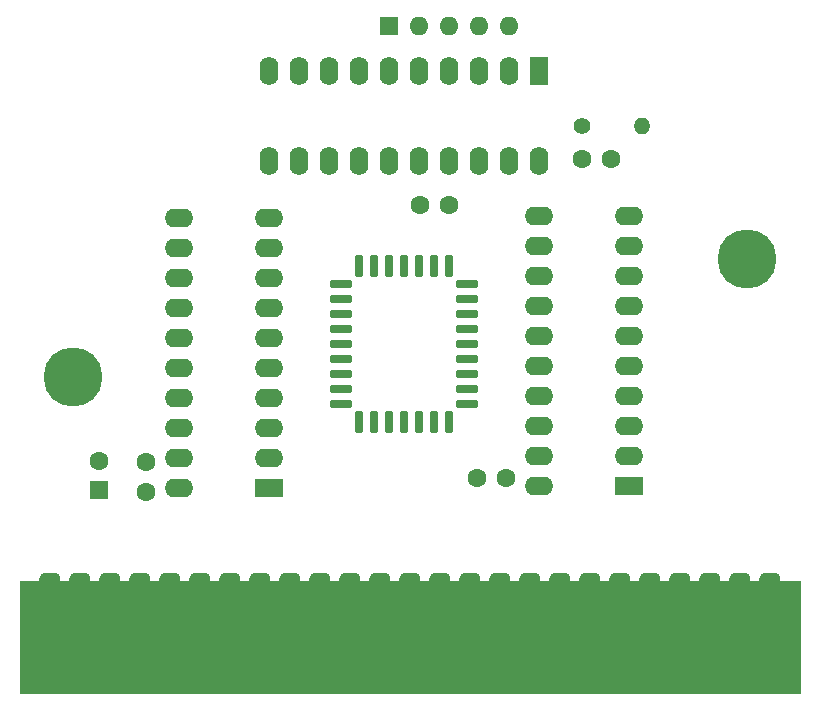
<source format=gbr>
%TF.GenerationSoftware,KiCad,Pcbnew,7.0.8*%
%TF.CreationDate,2023-10-14T11:25:40+01:00*%
%TF.ProjectId,v0a,7630612e-6b69-4636-9164-5f7063625858,rev?*%
%TF.SameCoordinates,Original*%
%TF.FileFunction,Soldermask,Top*%
%TF.FilePolarity,Negative*%
%FSLAX46Y46*%
G04 Gerber Fmt 4.6, Leading zero omitted, Abs format (unit mm)*
G04 Created by KiCad (PCBNEW 7.0.8) date 2023-10-14 11:25:40*
%MOMM*%
%LPD*%
G01*
G04 APERTURE LIST*
G04 Aperture macros list*
%AMRoundRect*
0 Rectangle with rounded corners*
0 $1 Rounding radius*
0 $2 $3 $4 $5 $6 $7 $8 $9 X,Y pos of 4 corners*
0 Add a 4 corners polygon primitive as box body*
4,1,4,$2,$3,$4,$5,$6,$7,$8,$9,$2,$3,0*
0 Add four circle primitives for the rounded corners*
1,1,$1+$1,$2,$3*
1,1,$1+$1,$4,$5*
1,1,$1+$1,$6,$7*
1,1,$1+$1,$8,$9*
0 Add four rect primitives between the rounded corners*
20,1,$1+$1,$2,$3,$4,$5,0*
20,1,$1+$1,$4,$5,$6,$7,0*
20,1,$1+$1,$6,$7,$8,$9,0*
20,1,$1+$1,$8,$9,$2,$3,0*%
G04 Aperture macros list end*
%ADD10C,0.100000*%
%ADD11C,5.000000*%
%ADD12R,2.400000X1.600000*%
%ADD13O,2.400000X1.600000*%
%ADD14R,1.600000X2.400000*%
%ADD15O,1.600000X2.400000*%
%ADD16RoundRect,0.150000X-0.150000X-0.812500X0.150000X-0.812500X0.150000X0.812500X-0.150000X0.812500X0*%
%ADD17RoundRect,0.150000X-0.812500X-0.150000X0.812500X-0.150000X0.812500X0.150000X-0.812500X0.150000X0*%
%ADD18RoundRect,0.151250X-0.811250X-0.151250X0.811250X-0.151250X0.811250X0.151250X-0.811250X0.151250X0*%
%ADD19C,1.600000*%
%ADD20R,1.600000X1.600000*%
%ADD21O,1.600000X1.600000*%
%ADD22C,1.400000*%
%ADD23O,1.400000X1.400000*%
%ADD24RoundRect,0.444500X-0.444500X-4.127500X0.444500X-4.127500X0.444500X4.127500X-0.444500X4.127500X0*%
G04 APERTURE END LIST*
D10*
%TO.C,J1*%
X94488000Y-79629000D02*
X160528000Y-79629000D01*
X160528000Y-79629000D02*
X160528000Y-89154000D01*
X160528000Y-89154000D02*
X94488000Y-89154000D01*
X94488000Y-89154000D02*
X94488000Y-79629000D01*
G36*
X94488000Y-79629000D02*
G01*
X160528000Y-79629000D01*
X160528000Y-89154000D01*
X94488000Y-89154000D01*
X94488000Y-79629000D01*
G37*
%TD*%
D11*
%TO.C,H2*%
X156000000Y-52350000D03*
%TD*%
%TO.C,H1*%
X99000000Y-62350000D03*
%TD*%
D12*
%TO.C,U2*%
X115545000Y-71737000D03*
D13*
X115545000Y-69197000D03*
X115545000Y-66657000D03*
X115545000Y-64117000D03*
X115545000Y-61577000D03*
X115545000Y-59037000D03*
X115545000Y-56497000D03*
X115545000Y-53957000D03*
X115545000Y-51417000D03*
X115545000Y-48877000D03*
X107925000Y-48877000D03*
X107925000Y-51417000D03*
X107925000Y-53957000D03*
X107925000Y-56497000D03*
X107925000Y-59037000D03*
X107925000Y-61577000D03*
X107925000Y-64117000D03*
X107925000Y-66657000D03*
X107925000Y-69197000D03*
X107925000Y-71737000D03*
%TD*%
D14*
%TO.C,U3*%
X138405000Y-36431000D03*
D15*
X135865000Y-36431000D03*
X133325000Y-36431000D03*
X130785000Y-36431000D03*
X128245000Y-36431000D03*
X125705000Y-36431000D03*
X123165000Y-36431000D03*
X120625000Y-36431000D03*
X118085000Y-36431000D03*
X115545000Y-36431000D03*
X115545000Y-44051000D03*
X118085000Y-44051000D03*
X120625000Y-44051000D03*
X123165000Y-44051000D03*
X125705000Y-44051000D03*
X128245000Y-44051000D03*
X130785000Y-44051000D03*
X133325000Y-44051000D03*
X135865000Y-44051000D03*
X138405000Y-44051000D03*
%TD*%
D16*
%TO.C,U4*%
X126975000Y-52932500D03*
X125705000Y-52932500D03*
X124435000Y-52932500D03*
X123165000Y-52932500D03*
D17*
X121637500Y-54465000D03*
X121637500Y-55735000D03*
X121637500Y-57005000D03*
X121637500Y-58275000D03*
X121637500Y-59545000D03*
X121637500Y-60815000D03*
X121637500Y-62085000D03*
X121637500Y-63355000D03*
X121637500Y-64625000D03*
D16*
X123165000Y-66157500D03*
X124435000Y-66157500D03*
X125705000Y-66157500D03*
X126975000Y-66157500D03*
X128245000Y-66157500D03*
X129515000Y-66157500D03*
X130785000Y-66157500D03*
D18*
X132312500Y-64622500D03*
D17*
X132312500Y-63355000D03*
X132312500Y-62085000D03*
X132312500Y-60815000D03*
X132312500Y-59545000D03*
X132312500Y-58275000D03*
X132312500Y-57005000D03*
X132312500Y-55735000D03*
X132312500Y-54465000D03*
D16*
X130785000Y-52932500D03*
X129515000Y-52932500D03*
X128245000Y-52932500D03*
%TD*%
D19*
%TO.C,C4*%
X128340800Y-47802800D03*
X130840800Y-47802800D03*
%TD*%
D20*
%TO.C,RN1*%
X125705000Y-32621000D03*
D21*
X128245000Y-32621000D03*
X130785000Y-32621000D03*
X133325000Y-32621000D03*
X135865000Y-32621000D03*
%TD*%
D22*
%TO.C,R1*%
X142036800Y-41097200D03*
D23*
X147116800Y-41097200D03*
%TD*%
D12*
%TO.C,U1*%
X146025000Y-71610000D03*
D13*
X146025000Y-69070000D03*
X146025000Y-66530000D03*
X146025000Y-63990000D03*
X146025000Y-61450000D03*
X146025000Y-58910000D03*
X146025000Y-56370000D03*
X146025000Y-53830000D03*
X146025000Y-51290000D03*
X146025000Y-48750000D03*
X138405000Y-48750000D03*
X138405000Y-51290000D03*
X138405000Y-53830000D03*
X138405000Y-56370000D03*
X138405000Y-58910000D03*
X138405000Y-61450000D03*
X138405000Y-63990000D03*
X138405000Y-66530000D03*
X138405000Y-69070000D03*
X138405000Y-71610000D03*
%TD*%
D20*
%TO.C,C5*%
X101142800Y-71969513D03*
D19*
X101142800Y-69469513D03*
%TD*%
%TO.C,C3*%
X142056800Y-43942000D03*
X144556800Y-43942000D03*
%TD*%
%TO.C,C2*%
X105181800Y-72072600D03*
X105181800Y-69572600D03*
%TD*%
%TO.C,C1*%
X135646800Y-70916800D03*
X133146800Y-70916800D03*
%TD*%
D24*
%TO.C,J1*%
X97028000Y-83566000D03*
X99568000Y-83566000D03*
X102108000Y-83566000D03*
X104648000Y-83566000D03*
X107188000Y-83566000D03*
X109728000Y-83566000D03*
X112268000Y-83566000D03*
X114808000Y-83566000D03*
X117348000Y-83566000D03*
X119888000Y-83566000D03*
X122428000Y-83566000D03*
X124968000Y-83566000D03*
X127508000Y-83566000D03*
X130048000Y-83566000D03*
X132588000Y-83566000D03*
X135128000Y-83566000D03*
X137668000Y-83566000D03*
X140208000Y-83566000D03*
X142748000Y-83566000D03*
X145288000Y-83566000D03*
X147828000Y-83566000D03*
X150368000Y-83566000D03*
X152908000Y-83566000D03*
X155448000Y-83566000D03*
X157988000Y-83566000D03*
%TD*%
M02*

</source>
